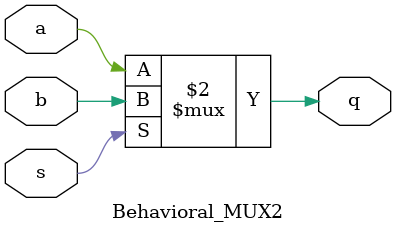
<source format=sv>
`timescale 1ns / 1ps


module Behavioral_MUX2(
    input logic a,b,s,
    output logic q
    );
    reg q;
    
    always@(a,b,s)
        begin 
            q <= s ? b : a;
        end
endmodule

</source>
